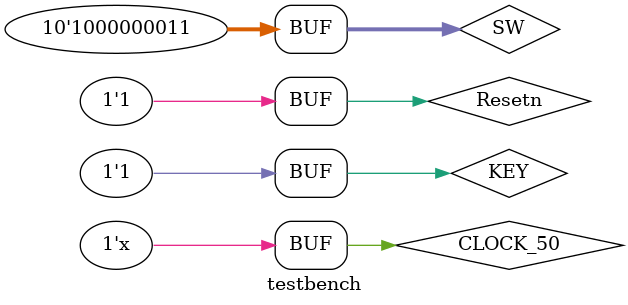
<source format=v>
`timescale 1ns / 1ps

module testbench ( );

	parameter CLOCK_PERIOD = 20;

	reg [9:0] SW;
	wire [0:0] KEY;
	wire [9:0] LEDR;
	wire [6:0] HEX0, HEX1, HEX2, HEX3, HEX4, HEX5;

	reg CLOCK_50;
	initial begin
		CLOCK_50 <= 1'b0;
	end // initial
	always @ (*)
	begin : Clock_Generator
		#((CLOCK_PERIOD) / 2) CLOCK_50 <= ~CLOCK_50;
	end
	
	reg Resetn;
	initial begin
		Resetn <= 1'b0;
		#20 Resetn <= 1'b1;
	end // initial

	initial begin
		SW <= 10'h0;
		#40 SW	<= 10'b1000000011;
	end // initial

	assign KEY[0] = Resetn;
	part8 U1 (KEY, SW, CLOCK_50, HEX5, HEX4, HEX3, HEX2, HEX1, HEX0, LEDR);

endmodule

</source>
